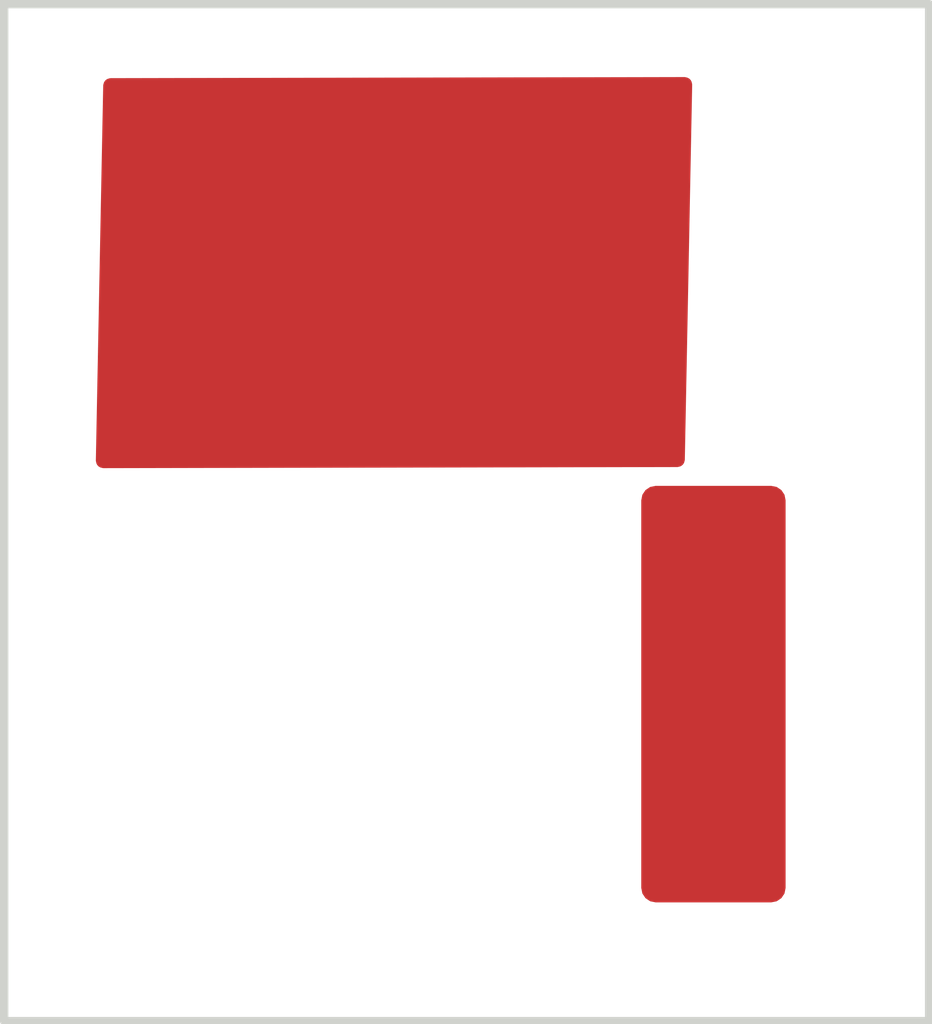
<source format=kicad_pcb>
(kicad_pcb (version 20230620) (generator pcbnew)
  (layers (0 "F.Cu" signal) (1 "In1.Cu" signal) (2 "In2.Cu" signal) (31 "B.Cu" signal) (34 "B.Paste" user) (35 "F.Paste" user) (36 "B.SilkS" user "B.Silkscreen") (37 "F.SilkS" user "F.Silkscreen") (38 "B.Mask" user) (39 "F.Mask" user) (44 "Edge.Cuts" user))
  (property "PROJECT_ID" "726")
  (property "PROJECT_NAME" "sbm-swappable-battery-module")
  (property "PROJECT_NUMBER" "1743")
  (property "PROJECT_VERSION" "V1.0.0")
  (net 0 "")
  (net 1 "A")
  (net 2 "B")
  (footprint "lib:SolderWirePad_1x01_SMD_2.9x7.8mm" (layer "F.Cu") (at 43.415695 32.455979)
    (property "Reference" "J2" hide)
    (property "Value" "CELL2")
    (pad "1" smd roundrect (at 0 0) (size 2.6 7.5) (layers "F.Cu" "F.Mask") (roundrect_rratio 0.1) (net 2 "B"))
  )
  (footprint "lib:SolderWirePad_1x01_SMD_2.9x7.8mm" (layer "F.Cu") (at 36.750695 25.759979 -90)
    (property "Reference" "J1" hide)
    (property "Value" "CELL3")
    (pad "1" smd roundrect (at 0 0 270) (size 2.6 7.5) (layers "F.Cu" "F.Mask") (roundrect_rratio 0.1) (net 1 "A"))
  )
  (gr_rect (start 30.638641 20.033393) (end 47.301417 38.344136) (stroke (width 0.15)) (fill none) (layer "Edge.Cuts"))
  (zone (net 1) (net_name "A") (layer "F.Cu") (priority 1) (connect_pads yes (clearance 0.127)) (min_thickness 0.127) (fill yes (thermal_gap 0.5) (thermal_bridge_width 0.5) (smoothing fillet) (radius 0.127))
    (polygon (pts (xy 32.425429 21.365684) (xy 32.287681 28.387628) (xy 42.897681 28.367628) (xy 43.035429 21.345684)))
  )
)
</source>
